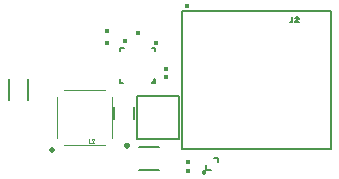
<source format=gbr>
G04 EAGLE Gerber RS-274X export*
G75*
%MOMM*%
%FSLAX34Y34*%
%LPD*%
%INSilkscreen Top*%
%IPPOS*%
%AMOC8*
5,1,8,0,0,1.08239X$1,22.5*%
G01*
%ADD10C,0.127000*%
%ADD11C,0.250000*%
%ADD12C,0.152400*%
%ADD13R,0.300000X0.300000*%
%ADD14C,0.508000*%
%ADD15C,0.100000*%
%ADD16C,0.203200*%
%ADD17C,0.025400*%
%ADD18C,0.200000*%


D10*
X150867Y149000D02*
X276867Y149000D01*
X276867Y32000D01*
X150867Y32000D01*
X150867Y149000D01*
D11*
X102674Y35230D02*
X102676Y35300D01*
X102682Y35370D01*
X102692Y35439D01*
X102705Y35508D01*
X102723Y35576D01*
X102744Y35643D01*
X102769Y35708D01*
X102798Y35772D01*
X102830Y35835D01*
X102866Y35895D01*
X102905Y35953D01*
X102947Y36009D01*
X102992Y36063D01*
X103040Y36114D01*
X103091Y36162D01*
X103145Y36207D01*
X103201Y36249D01*
X103259Y36288D01*
X103319Y36324D01*
X103382Y36356D01*
X103446Y36385D01*
X103511Y36410D01*
X103578Y36431D01*
X103646Y36449D01*
X103715Y36462D01*
X103784Y36472D01*
X103854Y36478D01*
X103924Y36480D01*
X103994Y36478D01*
X104064Y36472D01*
X104133Y36462D01*
X104202Y36449D01*
X104270Y36431D01*
X104337Y36410D01*
X104402Y36385D01*
X104466Y36356D01*
X104529Y36324D01*
X104589Y36288D01*
X104647Y36249D01*
X104703Y36207D01*
X104757Y36162D01*
X104808Y36114D01*
X104856Y36063D01*
X104901Y36009D01*
X104943Y35953D01*
X104982Y35895D01*
X105018Y35835D01*
X105050Y35772D01*
X105079Y35708D01*
X105104Y35643D01*
X105125Y35576D01*
X105143Y35508D01*
X105156Y35439D01*
X105166Y35370D01*
X105172Y35300D01*
X105174Y35230D01*
X105172Y35160D01*
X105166Y35090D01*
X105156Y35021D01*
X105143Y34952D01*
X105125Y34884D01*
X105104Y34817D01*
X105079Y34752D01*
X105050Y34688D01*
X105018Y34625D01*
X104982Y34565D01*
X104943Y34507D01*
X104901Y34451D01*
X104856Y34397D01*
X104808Y34346D01*
X104757Y34298D01*
X104703Y34253D01*
X104647Y34211D01*
X104589Y34172D01*
X104529Y34136D01*
X104466Y34104D01*
X104402Y34075D01*
X104337Y34050D01*
X104270Y34029D01*
X104202Y34011D01*
X104133Y33998D01*
X104064Y33988D01*
X103994Y33982D01*
X103924Y33980D01*
X103854Y33982D01*
X103784Y33988D01*
X103715Y33998D01*
X103646Y34011D01*
X103578Y34029D01*
X103511Y34050D01*
X103446Y34075D01*
X103382Y34104D01*
X103319Y34136D01*
X103259Y34172D01*
X103201Y34211D01*
X103145Y34253D01*
X103091Y34298D01*
X103040Y34346D01*
X102992Y34397D01*
X102947Y34451D01*
X102905Y34507D01*
X102866Y34565D01*
X102830Y34625D01*
X102798Y34688D01*
X102769Y34752D01*
X102744Y34817D01*
X102723Y34884D01*
X102705Y34952D01*
X102692Y35021D01*
X102682Y35090D01*
X102676Y35160D01*
X102674Y35230D01*
D12*
X114924Y33980D02*
X131174Y33980D01*
X131174Y13980D02*
X114924Y13980D01*
D13*
X156000Y13500D03*
X156000Y20500D03*
X155050Y152750D03*
X87300Y121300D03*
X87550Y131550D03*
D10*
X125400Y87800D02*
X128400Y87800D01*
X101400Y87800D02*
X98400Y87800D01*
X125400Y117800D02*
X128400Y117800D01*
X128400Y90800D02*
X128400Y87800D01*
X128400Y90800D02*
X125400Y87800D01*
X128400Y114700D02*
X128400Y117700D01*
X128400Y117800D02*
X125400Y117800D01*
X101476Y117800D02*
X98476Y117800D01*
X98428Y117724D02*
X98428Y114724D01*
X98400Y90800D02*
X98400Y87800D01*
X101400Y87800D01*
X112500Y40650D02*
X148500Y40650D01*
X112500Y40650D02*
X112500Y76650D01*
X148500Y76650D01*
X148500Y40650D01*
D13*
X137350Y93100D03*
X137500Y99550D03*
X102600Y123300D03*
X113900Y130000D03*
X129000Y121900D03*
D10*
X244066Y140121D02*
X244066Y143875D01*
X244066Y140121D02*
X244064Y140056D01*
X244058Y139992D01*
X244048Y139928D01*
X244035Y139864D01*
X244017Y139802D01*
X243996Y139741D01*
X243972Y139681D01*
X243943Y139623D01*
X243911Y139566D01*
X243876Y139512D01*
X243838Y139460D01*
X243796Y139410D01*
X243752Y139363D01*
X243705Y139319D01*
X243655Y139277D01*
X243603Y139239D01*
X243549Y139204D01*
X243492Y139172D01*
X243434Y139143D01*
X243374Y139119D01*
X243313Y139098D01*
X243251Y139080D01*
X243187Y139067D01*
X243123Y139057D01*
X243059Y139051D01*
X242994Y139049D01*
X242457Y139049D01*
X248489Y143875D02*
X248557Y143873D01*
X248624Y143867D01*
X248691Y143858D01*
X248758Y143845D01*
X248823Y143828D01*
X248888Y143807D01*
X248951Y143783D01*
X249013Y143755D01*
X249073Y143724D01*
X249131Y143690D01*
X249187Y143652D01*
X249242Y143612D01*
X249293Y143568D01*
X249342Y143521D01*
X249389Y143472D01*
X249433Y143421D01*
X249473Y143366D01*
X249511Y143310D01*
X249545Y143252D01*
X249576Y143192D01*
X249604Y143130D01*
X249628Y143067D01*
X249649Y143002D01*
X249666Y142937D01*
X249679Y142870D01*
X249688Y142803D01*
X249694Y142736D01*
X249696Y142668D01*
X248489Y143875D02*
X248411Y143873D01*
X248333Y143867D01*
X248256Y143857D01*
X248179Y143844D01*
X248103Y143826D01*
X248028Y143805D01*
X247954Y143780D01*
X247882Y143751D01*
X247811Y143719D01*
X247742Y143683D01*
X247674Y143644D01*
X247609Y143601D01*
X247546Y143555D01*
X247485Y143506D01*
X247427Y143454D01*
X247372Y143399D01*
X247319Y143342D01*
X247270Y143282D01*
X247223Y143219D01*
X247180Y143155D01*
X247140Y143088D01*
X247103Y143019D01*
X247070Y142948D01*
X247040Y142876D01*
X247014Y142803D01*
X249293Y141730D02*
X249342Y141779D01*
X249389Y141831D01*
X249432Y141886D01*
X249473Y141943D01*
X249511Y142002D01*
X249545Y142063D01*
X249576Y142126D01*
X249604Y142190D01*
X249628Y142256D01*
X249648Y142322D01*
X249665Y142390D01*
X249678Y142459D01*
X249687Y142528D01*
X249693Y142598D01*
X249695Y142668D01*
X249293Y141730D02*
X247014Y139049D01*
X249695Y139049D01*
D14*
X40860Y31120D03*
D15*
X91860Y41040D02*
X91860Y76040D01*
X85860Y82040D02*
X50860Y82040D01*
X50860Y35040D02*
X85860Y35040D01*
X44860Y41040D02*
X44860Y76040D01*
D16*
X93600Y67100D02*
X93600Y57100D01*
X110600Y57100D02*
X110600Y67100D01*
D17*
X72027Y40683D02*
X72027Y37127D01*
X73607Y37127D01*
X76854Y39794D02*
X76852Y39852D01*
X76846Y39910D01*
X76837Y39967D01*
X76824Y40024D01*
X76807Y40080D01*
X76786Y40134D01*
X76762Y40187D01*
X76735Y40239D01*
X76704Y40288D01*
X76670Y40335D01*
X76633Y40380D01*
X76594Y40423D01*
X76551Y40462D01*
X76506Y40499D01*
X76459Y40533D01*
X76410Y40564D01*
X76358Y40591D01*
X76305Y40615D01*
X76251Y40636D01*
X76195Y40653D01*
X76138Y40666D01*
X76081Y40675D01*
X76023Y40681D01*
X75965Y40683D01*
X75900Y40681D01*
X75835Y40676D01*
X75770Y40666D01*
X75706Y40653D01*
X75643Y40637D01*
X75581Y40616D01*
X75520Y40593D01*
X75461Y40566D01*
X75403Y40535D01*
X75347Y40501D01*
X75293Y40465D01*
X75242Y40425D01*
X75192Y40382D01*
X75146Y40336D01*
X75101Y40288D01*
X75060Y40238D01*
X75022Y40185D01*
X74987Y40130D01*
X74955Y40073D01*
X74926Y40014D01*
X74900Y39954D01*
X74879Y39893D01*
X76558Y39103D02*
X76599Y39145D01*
X76639Y39190D01*
X76675Y39237D01*
X76708Y39286D01*
X76738Y39338D01*
X76765Y39391D01*
X76788Y39445D01*
X76808Y39501D01*
X76825Y39559D01*
X76837Y39617D01*
X76847Y39675D01*
X76852Y39735D01*
X76854Y39794D01*
X76557Y39103D02*
X74878Y37127D01*
X76854Y37127D01*
D12*
X20500Y73500D02*
X20500Y91500D01*
X4500Y91500D02*
X4500Y73500D01*
D18*
X168500Y12100D02*
X168502Y12163D01*
X168508Y12225D01*
X168518Y12287D01*
X168531Y12349D01*
X168549Y12409D01*
X168570Y12468D01*
X168595Y12526D01*
X168624Y12582D01*
X168656Y12636D01*
X168691Y12688D01*
X168729Y12737D01*
X168771Y12785D01*
X168815Y12829D01*
X168863Y12871D01*
X168912Y12909D01*
X168964Y12944D01*
X169018Y12976D01*
X169074Y13005D01*
X169132Y13030D01*
X169191Y13051D01*
X169251Y13069D01*
X169313Y13082D01*
X169375Y13092D01*
X169437Y13098D01*
X169500Y13100D01*
X169563Y13098D01*
X169625Y13092D01*
X169687Y13082D01*
X169749Y13069D01*
X169809Y13051D01*
X169868Y13030D01*
X169926Y13005D01*
X169982Y12976D01*
X170036Y12944D01*
X170088Y12909D01*
X170137Y12871D01*
X170185Y12829D01*
X170229Y12785D01*
X170271Y12737D01*
X170309Y12688D01*
X170344Y12636D01*
X170376Y12582D01*
X170405Y12526D01*
X170430Y12468D01*
X170451Y12409D01*
X170469Y12349D01*
X170482Y12287D01*
X170492Y12225D01*
X170498Y12163D01*
X170500Y12100D01*
X170498Y12037D01*
X170492Y11975D01*
X170482Y11913D01*
X170469Y11851D01*
X170451Y11791D01*
X170430Y11732D01*
X170405Y11674D01*
X170376Y11618D01*
X170344Y11564D01*
X170309Y11512D01*
X170271Y11463D01*
X170229Y11415D01*
X170185Y11371D01*
X170137Y11329D01*
X170088Y11291D01*
X170036Y11256D01*
X169982Y11224D01*
X169926Y11195D01*
X169868Y11170D01*
X169809Y11149D01*
X169749Y11131D01*
X169687Y11118D01*
X169625Y11108D01*
X169563Y11102D01*
X169500Y11100D01*
X169437Y11102D01*
X169375Y11108D01*
X169313Y11118D01*
X169251Y11131D01*
X169191Y11149D01*
X169132Y11170D01*
X169074Y11195D01*
X169018Y11224D01*
X168964Y11256D01*
X168912Y11291D01*
X168863Y11329D01*
X168815Y11371D01*
X168771Y11415D01*
X168729Y11463D01*
X168691Y11512D01*
X168656Y11564D01*
X168624Y11618D01*
X168595Y11674D01*
X168570Y11732D01*
X168549Y11791D01*
X168531Y11851D01*
X168518Y11913D01*
X168508Y11975D01*
X168502Y12037D01*
X168500Y12100D01*
D12*
X171300Y14300D02*
X175200Y14300D01*
X171300Y14300D02*
X171300Y18200D01*
X181600Y20700D02*
X181600Y24600D01*
X177700Y24600D01*
M02*

</source>
